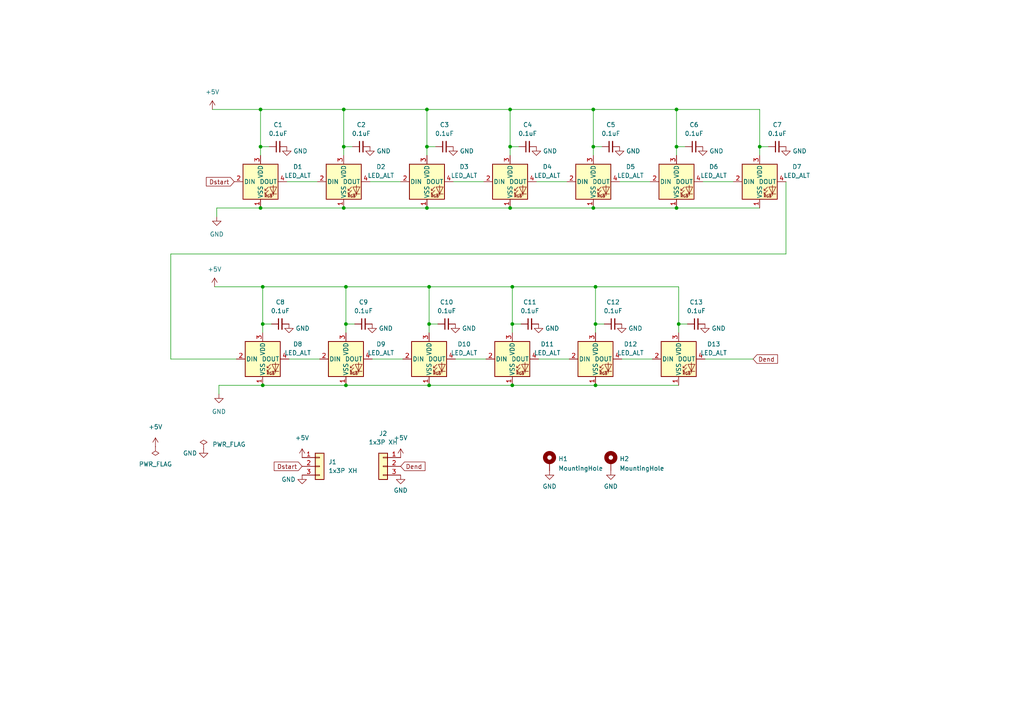
<source format=kicad_sch>
(kicad_sch (version 20211123) (generator eeschema)
  (paper "A4")
  (lib_symbols
    (symbol "Connector_Generic:Conn_01x03" (pin_names (offset 1.016) hide)
      (property "Reference" "J" (at 0 5.08 0))
      (property "Value" "Conn_01x03" (at 0 -5.08 0))
      (symbol "Conn_01x03_1_1"
        (rectangle (start -1.27 -2.413) (end 0 -2.667) (stroke (width 0.1524)))
        (rectangle (start -1.27 0.127) (end 0 -0.127) (stroke (width 0.1524)))
        (rectangle (start -1.27 2.667) (end 0 2.413) (stroke (width 0.1524)))
        (rectangle (start -1.27 3.81) (end 1.27 -3.81) (stroke (width 0.254)) (fill (type background)))
        (pin passive line (at -5.08 2.54 0) (length 3.81) (name "Pin_1") (number "1"))
        (pin passive line (at -5.08 0 0) (length 3.81) (name "Pin_2") (number "2"))
        (pin passive line (at -5.08 -2.54 0) (length 3.81) (name "Pin_3") (number "3"))
      )
    )
    (symbol "Device:C_Small" (pin_numbers hide) (pin_names (offset 0.254) hide)
      (property "Reference" "C" (at 0.254 1.778 0))
      (property "Value" "C_Small" (at 0.254 -2.032 0))
      (symbol "C_Small_0_1"
        (polyline (pts (xy -1.524 -0.508) (xy 1.524 -0.508)) (stroke (width 0.3302)))
        (polyline (pts (xy -1.524 0.508) (xy 1.524 0.508)) (stroke (width 0.3048)))
      )
      (symbol "C_Small_1_1"
        (pin passive line (at 0 2.54 270) (length 2.032) (name "~") (number "1"))
        (pin passive line (at 0 -2.54 90) (length 2.032) (name "~") (number "2"))
      )
    )
    (symbol "LED:SK6812" (pin_names (offset 0.254))
      (property "Reference" "D" (at 5.08 5.715 0))
      (property "Value" "SK6812" (at 1.27 -5.715 0))
      (symbol "SK6812_0_0"
        (text "RGB" (at 2.286 -4.191 0) (effects (font (size 0.762 0.762))))
      )
      (symbol "SK6812_0_1"
        (polyline (pts (xy 1.27 -3.556) (xy 1.778 -3.556)))
        (polyline (pts (xy 1.27 -2.54) (xy 1.778 -2.54)))
        (polyline (pts (xy 4.699 -3.556) (xy 2.667 -3.556)))
        (polyline (pts (xy 2.286 -2.54) (xy 1.27 -3.556) (xy 1.27 -3.048)))
        (polyline (pts (xy 2.286 -1.524) (xy 1.27 -2.54) (xy 1.27 -2.032)))
        (polyline (pts (xy 3.683 -1.016) (xy 3.683 -3.556) (xy 3.683 -4.064)))
        (polyline (pts (xy 4.699 -1.524) (xy 2.667 -1.524) (xy 3.683 -3.556) (xy 4.699 -1.524)))
        (rectangle (start 5.08 5.08) (end -5.08 -5.08) (stroke (width 0.254)) (fill (type background)))
      )
      (symbol "SK6812_1_1"
        (pin power_in line (at 0 -7.62 90) (length 2.54) (name "VSS") (number "1"))
        (pin input line (at -7.62 0 0) (length 2.54) (name "DIN") (number "2"))
        (pin power_in line (at 0 7.62 270) (length 2.54) (name "VDD") (number "3"))
        (pin output line (at 7.62 0 180) (length 2.54) (name "DOUT") (number "4"))
      )
    )
    (symbol "Mechanical:MountingHole_Pad" (pin_numbers hide) (pin_names (offset 1.016) hide)
      (property "Reference" "H" (at 0 6.35 0))
      (property "Value" "MountingHole_Pad" (at 0 4.445 0))
      (symbol "MountingHole_Pad_0_1"
        (circle (center 0 1.27) (radius 1.27) (stroke (width 1.27)))
      )
      (symbol "MountingHole_Pad_1_1"
        (pin input line (at 0 -2.54 90) (length 2.54) (name "1") (number "1"))
      )
    )
    (symbol "power:+5V" (power) (pin_names (offset 0))
      (property "Value" "+5V" (at 0 3.556 0))
      (symbol "+5V_0_1"
        (polyline (pts (xy -0.762 1.27) (xy 0 2.54)))
        (polyline (pts (xy 0 0) (xy 0 2.54)))
        (polyline (pts (xy 0 2.54) (xy 0.762 1.27)))
      )
      (symbol "+5V_1_1"
        (pin power_in line (at 0 0 90) (length 0) hide (name "+5V") (number "1"))
      )
    )
    (symbol "power:GND" (power) (pin_names (offset 0))
      (property "Value" "GND" (at 0 -3.81 0))
      (symbol "GND_0_1"
        (polyline (pts (xy 0 0) (xy 0 -1.27) (xy 1.27 -1.27) (xy 0 -2.54) (xy -1.27 -1.27) (xy 0 -1.27)))
      )
      (symbol "GND_1_1"
        (pin power_in line (at 0 0 270) (length 0) hide (name "GND") (number "1"))
      )
    )
    (symbol "power:PWR_FLAG" (power) (pin_numbers hide) (pin_names (offset 0) hide)
      (property "Value" "PWR_FLAG" (at 0 3.81 0))
      (symbol "PWR_FLAG_0_0"
        (pin power_out line (at 0 0 90) (length 0) (name "pwr") (number "1"))
      )
      (symbol "PWR_FLAG_0_1"
        (polyline (pts (xy 0 0) (xy 0 1.27) (xy -1.016 1.905) (xy 0 2.54) (xy 1.016 1.905) (xy 0 1.27)))
      )
    )
  )
  (junction (at 76.2 111.76))
  (junction (at 147.955 60.325))
  (junction (at 220.345 42.545))
  (junction (at 99.695 31.75))
  (junction (at 172.085 42.545))
  (junction (at 196.215 42.545))
  (junction (at 148.59 111.76))
  (junction (at 76.2 93.98))
  (junction (at 172.72 83.185))
  (junction (at 148.59 83.185))
  (junction (at 196.215 31.75))
  (junction (at 100.33 111.76))
  (junction (at 172.085 31.75))
  (junction (at 148.59 93.98))
  (junction (at 100.33 93.98))
  (junction (at 100.33 83.185))
  (junction (at 124.46 93.98))
  (junction (at 99.695 60.325))
  (junction (at 123.825 42.545))
  (junction (at 99.695 42.545))
  (junction (at 75.565 42.545))
  (junction (at 123.825 60.325))
  (junction (at 147.955 31.75))
  (junction (at 172.72 93.98))
  (junction (at 124.46 83.185))
  (junction (at 76.2 83.185))
  (junction (at 124.46 111.76))
  (junction (at 123.825 31.75))
  (junction (at 172.085 60.325))
  (junction (at 196.215 60.325))
  (junction (at 75.565 60.325))
  (junction (at 172.72 111.76))
  (junction (at 147.955 42.545))
  (junction (at 75.565 31.75))
  (junction (at 196.85 93.98))
  (wire (pts (xy 148.59 83.185) (xy 172.72 83.185)))
  (wire (pts (xy 100.33 83.185) (xy 124.46 83.185)))
  (wire (pts (xy 123.825 42.545) (xy 123.825 45.085)))
  (wire (pts (xy 196.215 60.325) (xy 220.345 60.325)))
  (wire (pts (xy 156.21 104.14) (xy 165.1 104.14)))
  (wire (pts (xy 132.08 104.14) (xy 140.97 104.14)))
  (wire (pts (xy 99.695 31.75) (xy 99.695 42.545)))
  (wire (pts (xy 75.565 31.75) (xy 99.695 31.75)))
  (wire (pts (xy 124.46 93.98) (xy 124.46 96.52)))
  (wire (pts (xy 148.59 83.185) (xy 148.59 93.98)))
  (wire (pts (xy 155.575 52.705) (xy 164.465 52.705)))
  (wire (pts (xy 75.565 31.75) (xy 75.565 42.545)))
  (wire (pts (xy 220.345 31.75) (xy 220.345 42.545)))
  (wire (pts (xy 196.215 31.75) (xy 196.215 42.545)))
  (wire (pts (xy 172.72 83.185) (xy 172.72 93.98)))
  (wire (pts (xy 196.85 83.185) (xy 196.85 93.98)))
  (wire (pts (xy 62.865 60.325) (xy 75.565 60.325)))
  (wire (pts (xy 172.085 42.545) (xy 172.085 45.085)))
  (wire (pts (xy 203.835 52.705) (xy 212.725 52.705)))
  (wire (pts (xy 75.565 42.545) (xy 75.565 45.085)))
  (wire (pts (xy 227.965 73.66) (xy 49.53 73.66)))
  (wire (pts (xy 172.085 42.545) (xy 174.625 42.545)))
  (wire (pts (xy 99.695 42.545) (xy 102.235 42.545)))
  (wire (pts (xy 99.695 31.75) (xy 123.825 31.75)))
  (wire (pts (xy 123.825 42.545) (xy 126.365 42.545)))
  (wire (pts (xy 76.2 83.185) (xy 76.2 93.98)))
  (wire (pts (xy 148.59 93.98) (xy 151.13 93.98)))
  (wire (pts (xy 227.965 52.705) (xy 227.965 73.66)))
  (wire (pts (xy 100.33 93.98) (xy 100.33 96.52)))
  (wire (pts (xy 172.085 31.75) (xy 172.085 42.545)))
  (wire (pts (xy 62.865 62.865) (xy 62.865 60.325)))
  (wire (pts (xy 99.695 60.325) (xy 123.825 60.325)))
  (wire (pts (xy 148.59 93.98) (xy 148.59 96.52)))
  (wire (pts (xy 147.955 42.545) (xy 147.955 45.085)))
  (wire (pts (xy 76.2 111.76) (xy 100.33 111.76)))
  (wire (pts (xy 124.46 83.185) (xy 124.46 93.98)))
  (wire (pts (xy 63.5 111.76) (xy 76.2 111.76)))
  (wire (pts (xy 147.955 42.545) (xy 150.495 42.545)))
  (wire (pts (xy 76.2 93.98) (xy 76.2 96.52)))
  (wire (pts (xy 147.955 31.75) (xy 147.955 42.545)))
  (wire (pts (xy 220.345 42.545) (xy 220.345 45.085)))
  (wire (pts (xy 123.825 60.325) (xy 147.955 60.325)))
  (wire (pts (xy 196.215 31.75) (xy 220.345 31.75)))
  (wire (pts (xy 49.53 73.66) (xy 49.53 104.14)))
  (wire (pts (xy 49.53 104.14) (xy 68.58 104.14)))
  (wire (pts (xy 172.72 93.98) (xy 175.26 93.98)))
  (wire (pts (xy 179.705 52.705) (xy 188.595 52.705)))
  (wire (pts (xy 147.955 31.75) (xy 172.085 31.75)))
  (wire (pts (xy 172.085 31.75) (xy 196.215 31.75)))
  (wire (pts (xy 99.695 42.545) (xy 99.695 45.085)))
  (wire (pts (xy 196.85 93.98) (xy 199.39 93.98)))
  (wire (pts (xy 100.33 83.185) (xy 100.33 93.98)))
  (wire (pts (xy 63.5 114.3) (xy 63.5 111.76)))
  (wire (pts (xy 100.33 111.76) (xy 124.46 111.76)))
  (wire (pts (xy 75.565 42.545) (xy 78.105 42.545)))
  (wire (pts (xy 196.215 42.545) (xy 198.755 42.545)))
  (wire (pts (xy 62.23 83.185) (xy 76.2 83.185)))
  (wire (pts (xy 123.825 31.75) (xy 123.825 42.545)))
  (wire (pts (xy 180.34 104.14) (xy 189.23 104.14)))
  (wire (pts (xy 75.565 60.325) (xy 99.695 60.325)))
  (wire (pts (xy 147.955 60.325) (xy 172.085 60.325)))
  (wire (pts (xy 172.72 111.76) (xy 196.85 111.76)))
  (wire (pts (xy 76.2 93.98) (xy 78.74 93.98)))
  (wire (pts (xy 220.345 42.545) (xy 222.885 42.545)))
  (wire (pts (xy 124.46 83.185) (xy 148.59 83.185)))
  (wire (pts (xy 196.85 93.98) (xy 196.85 96.52)))
  (wire (pts (xy 61.595 31.75) (xy 75.565 31.75)))
  (wire (pts (xy 172.085 60.325) (xy 196.215 60.325)))
  (wire (pts (xy 172.72 83.185) (xy 196.85 83.185)))
  (wire (pts (xy 107.95 104.14) (xy 116.84 104.14)))
  (wire (pts (xy 124.46 93.98) (xy 127 93.98)))
  (wire (pts (xy 196.215 42.545) (xy 196.215 45.085)))
  (wire (pts (xy 83.185 52.705) (xy 92.075 52.705)))
  (wire (pts (xy 83.82 104.14) (xy 92.71 104.14)))
  (wire (pts (xy 172.72 93.98) (xy 172.72 96.52)))
  (wire (pts (xy 124.46 111.76) (xy 148.59 111.76)))
  (wire (pts (xy 131.445 52.705) (xy 140.335 52.705)))
  (wire (pts (xy 100.33 93.98) (xy 102.87 93.98)))
  (wire (pts (xy 148.59 111.76) (xy 172.72 111.76)))
  (wire (pts (xy 204.47 104.14) (xy 218.44 104.14)))
  (wire (pts (xy 76.2 83.185) (xy 100.33 83.185)))
  (wire (pts (xy 123.825 31.75) (xy 147.955 31.75)))
  (wire (pts (xy 107.315 52.705) (xy 116.205 52.705)))
  (global_label "Dstart" (shape input) (at 67.945 52.705 180) (property "Intersheet References" "${INTERSHEET_REFS}" (effects hide)))
  (global_label "Dend" (shape input) (at 218.44 104.14 0) (property "Intersheet References" "${INTERSHEET_REFS}" (effects hide)))
  (global_label "Dend" (shape input) (at 116.205 135.255 0) (property "Intersheet References" "${INTERSHEET_REFS}" (effects hide)))
  (global_label "Dstart" (shape input) (at 87.63 135.255 180) (property "Intersheet References" "${INTERSHEET_REFS}" (effects hide)))
  (symbol (lib_id "LED:SK6812") (at 148.59 104.14 0) (unit 1)
    (property "Reference" "D11" (at 158.75 99.8093 0))
    (property "Value" "LED_ALT" (at 158.75 102.3493 0))
    (property "Footprint" "Daylight:XL-3528RGBW-WS2812B" (effects hide))
    (property "Datasheet" "https://cdn-shop.adafruit.com/product-files/1138/SK6812+LED+datasheet+.pdf" (effects hide))
    (property "LCSC" "C2890364" (effects hide))
  )
  (symbol (lib_id "Connector_Generic:Conn_01x03") (at 111.125 135.255 0) (mirror y) (unit 1)
    (property "Reference" "J2" (at 111.125 125.73 0))
    (property "Value" "1x3P XH" (at 111.125 128.27 0))
    (property "Footprint" "Connector_JST:JST_XH_S3B-XH-A_1x03_P2.50mm_Horizontal" (effects hide))
    (property "LCSC" "C2908612" (effects hide))
  )
  (symbol (lib_id "power:+5V") (at 87.63 132.715 0) (unit 1)
    (property "Reference" "#PWR020" (effects hide))
    (property "Value" "+5V" (at 87.63 127 0))
  )
  (symbol (lib_id "Device:C_Small") (at 153.035 42.545 90) (unit 1)
    (property "Reference" "C4" (at 153.0413 36.195 90))
    (property "Value" "0.1uF" (at 153.0413 38.735 90))
    (property "Footprint" "Daylight:C_0805_2012Metric_Pad1.18x1.45mm_HandSolder_V3Dspec" (effects hide))
    (property "LCSC" "C28233" (effects hide))
  )
  (symbol (lib_id "power:GND") (at 62.865 62.865 0) (unit 1)
    (property "Reference" "#PWR09" (effects hide))
    (property "Value" "GND" (at 62.865 67.945 0))
  )
  (symbol (lib_id "power:GND") (at 204.47 93.98 0) (unit 1)
    (property "Reference" "#PWR016" (effects hide))
    (property "Value" "GND" (at 206.375 95.2499 0) (effects (justify left)))
  )
  (symbol (lib_id "power:GND") (at 116.205 137.795 0) (unit 1)
    (property "Reference" "#PWR025" (effects hide))
    (property "Value" "GND" (at 116.205 142.24 0))
  )
  (symbol (lib_id "power:GND") (at 107.315 42.545 0) (unit 1)
    (property "Reference" "#PWR03" (effects hide))
    (property "Value" "GND" (at 109.22 43.8149 0) (effects (justify left)))
  )
  (symbol (lib_id "power:GND") (at 155.575 42.545 0) (unit 1)
    (property "Reference" "#PWR05" (effects hide))
    (property "Value" "GND" (at 157.48 43.8149 0) (effects (justify left)))
  )
  (symbol (lib_id "power:GND") (at 83.185 42.545 0) (unit 1)
    (property "Reference" "#PWR02" (effects hide))
    (property "Value" "GND" (at 85.09 43.8149 0) (effects (justify left)))
  )
  (symbol (lib_id "power:+5V") (at 62.23 83.185 0) (unit 1)
    (property "Reference" "#PWR010" (effects hide))
    (property "Value" "+5V" (at 62.23 78.105 0))
  )
  (symbol (lib_id "LED:SK6812") (at 123.825 52.705 0) (unit 1)
    (property "Reference" "D3" (at 134.62 48.3743 0))
    (property "Value" "LED_ALT" (at 134.62 50.9143 0))
    (property "Footprint" "Daylight:XL-3528RGBW-WS2812B" (effects hide))
    (property "Datasheet" "https://cdn-shop.adafruit.com/product-files/1138/SK6812+LED+datasheet+.pdf" (effects hide))
    (property "LCSC" "C2890364" (effects hide))
  )
  (symbol (lib_id "Device:C_Small") (at 153.67 93.98 90) (unit 1)
    (property "Reference" "C11" (at 153.6763 87.63 90))
    (property "Value" "0.1uF" (at 153.6763 90.17 90))
    (property "Footprint" "Daylight:C_0805_2012Metric_Pad1.18x1.45mm_HandSolder_V3Dspec" (effects hide))
    (property "LCSC" "C28233" (effects hide))
  )
  (symbol (lib_id "power:GND") (at 159.385 136.525 0) (unit 1)
    (property "Reference" "#PWR022" (effects hide))
    (property "Value" "GND" (at 159.385 141.0874 0))
  )
  (symbol (lib_id "Device:C_Small") (at 128.905 42.545 90) (unit 1)
    (property "Reference" "C3" (at 128.9113 36.195 90))
    (property "Value" "0.1uF" (at 128.9113 38.735 90))
    (property "Footprint" "Daylight:C_0805_2012Metric_Pad1.18x1.45mm_HandSolder_V3Dspec" (effects hide))
    (property "LCSC" "C28233" (effects hide))
  )
  (symbol (lib_id "LED:SK6812") (at 99.695 52.705 0) (unit 1)
    (property "Reference" "D2" (at 110.49 48.3743 0))
    (property "Value" "LED_ALT" (at 110.49 50.9143 0))
    (property "Footprint" "Daylight:XL-3528RGBW-WS2812B" (effects hide))
    (property "Datasheet" "https://cdn-shop.adafruit.com/product-files/1138/SK6812+LED+datasheet+.pdf" (effects hide))
    (property "LCSC" "C2890364" (effects hide))
  )
  (symbol (lib_id "power:+5V") (at 45.085 129.54 0) (unit 1)
    (property "Reference" "#PWR018" (effects hide))
    (property "Value" "+5V" (at 45.085 123.825 0))
  )
  (symbol (lib_id "power:GND") (at 87.63 137.795 0) (unit 1)
    (property "Reference" "#PWR024" (effects hide))
    (property "Value" "GND" (at 85.725 139.0649 0) (effects (justify right)))
  )
  (symbol (lib_id "Mechanical:MountingHole_Pad") (at 177.165 133.985 0) (unit 1) (in_bom no)
    (property "Reference" "H2" (at 179.705 133.0765 0) (effects (justify left)))
    (property "Value" "MountingHole" (at 179.705 135.8516 0) (effects (justify left)))
    (property "Footprint" "MountingHole:MountingHole_3.2mm_M3_Pad_Via" (effects hide))
  )
  (symbol (lib_id "power:+5V") (at 116.205 132.715 0) (unit 1)
    (property "Reference" "#PWR021" (effects hide))
    (property "Value" "+5V" (at 116.205 127 0))
  )
  (symbol (lib_id "Device:C_Small") (at 177.165 42.545 90) (unit 1)
    (property "Reference" "C5" (at 177.1713 36.195 90))
    (property "Value" "0.1uF" (at 177.1713 38.735 90))
    (property "Footprint" "Daylight:C_0805_2012Metric_Pad1.18x1.45mm_HandSolder_V3Dspec" (effects hide))
    (property "LCSC" "C28233" (effects hide))
  )
  (symbol (lib_id "power:GND") (at 177.165 136.525 0) (unit 1)
    (property "Reference" "#PWR023" (effects hide))
    (property "Value" "GND" (at 177.165 141.0874 0))
  )
  (symbol (lib_id "LED:SK6812") (at 75.565 52.705 0) (unit 1)
    (property "Reference" "D1" (at 86.36 48.3743 0))
    (property "Value" "LED_ALT" (at 86.36 50.9143 0))
    (property "Footprint" "Daylight:XL-3528RGBW-WS2812B" (effects hide))
    (property "Datasheet" "https://cdn-shop.adafruit.com/product-files/1138/SK6812+LED+datasheet+.pdf" (effects hide))
    (property "LCSC" "C2890364" (effects hide))
  )
  (symbol (lib_id "LED:SK6812") (at 147.955 52.705 0) (unit 1)
    (property "Reference" "D4" (at 158.75 48.3743 0))
    (property "Value" "LED_ALT" (at 158.75 50.9143 0))
    (property "Footprint" "Daylight:XL-3528RGBW-WS2812B" (effects hide))
    (property "Datasheet" "https://cdn-shop.adafruit.com/product-files/1138/SK6812+LED+datasheet+.pdf" (effects hide))
    (property "LCSC" "C2890364" (effects hide))
  )
  (symbol (lib_id "power:GND") (at 180.34 93.98 0) (unit 1)
    (property "Reference" "#PWR015" (effects hide))
    (property "Value" "GND" (at 182.245 95.2499 0) (effects (justify left)))
  )
  (symbol (lib_id "LED:SK6812") (at 172.72 104.14 0) (unit 1)
    (property "Reference" "D12" (at 182.88 99.8093 0))
    (property "Value" "LED_ALT" (at 182.88 102.3493 0))
    (property "Footprint" "Daylight:XL-3528RGBW-WS2812B" (effects hide))
    (property "Datasheet" "https://cdn-shop.adafruit.com/product-files/1138/SK6812+LED+datasheet+.pdf" (effects hide))
    (property "LCSC" "C2890364" (effects hide))
  )
  (symbol (lib_id "power:PWR_FLAG") (at 45.085 129.54 180) (unit 1)
    (property "Reference" "#FLG01" (effects hide))
    (property "Value" "PWR_FLAG" (at 45.085 134.62 0))
  )
  (symbol (lib_id "Device:C_Small") (at 80.645 42.545 90) (unit 1)
    (property "Reference" "C1" (at 80.6513 36.195 90))
    (property "Value" "0.1uF" (at 80.6513 38.735 90))
    (property "Footprint" "Daylight:C_0805_2012Metric_Pad1.18x1.45mm_HandSolder_V3Dspec" (effects hide))
    (property "LCSC" "C28233" (effects hide))
  )
  (symbol (lib_id "power:GND") (at 63.5 114.3 0) (unit 1)
    (property "Reference" "#PWR017" (effects hide))
    (property "Value" "GND" (at 63.5 119.38 0))
  )
  (symbol (lib_id "Device:C_Small") (at 201.295 42.545 90) (unit 1)
    (property "Reference" "C6" (at 201.3013 36.195 90))
    (property "Value" "0.1uF" (at 201.3013 38.735 90))
    (property "Footprint" "Daylight:C_0805_2012Metric_Pad1.18x1.45mm_HandSolder_V3Dspec" (effects hide))
    (property "LCSC" "C28233" (effects hide))
  )
  (symbol (lib_id "Device:C_Small") (at 105.41 93.98 90) (unit 1)
    (property "Reference" "C9" (at 105.4163 87.63 90))
    (property "Value" "0.1uF" (at 105.4163 90.17 90))
    (property "Footprint" "Daylight:C_0805_2012Metric_Pad1.18x1.45mm_HandSolder_V3Dspec" (effects hide))
    (property "LCSC" "C28233" (effects hide))
  )
  (symbol (lib_id "power:GND") (at 132.08 93.98 0) (unit 1)
    (property "Reference" "#PWR013" (effects hide))
    (property "Value" "GND" (at 133.985 95.2499 0) (effects (justify left)))
  )
  (symbol (lib_id "LED:SK6812") (at 196.215 52.705 0) (unit 1)
    (property "Reference" "D6" (at 207.01 48.3743 0))
    (property "Value" "LED_ALT" (at 207.01 50.9143 0))
    (property "Footprint" "Daylight:XL-3528RGBW-WS2812B" (effects hide))
    (property "Datasheet" "https://cdn-shop.adafruit.com/product-files/1138/SK6812+LED+datasheet+.pdf" (effects hide))
    (property "LCSC" "C2890364" (effects hide))
  )
  (symbol (lib_id "power:GND") (at 107.95 93.98 0) (unit 1)
    (property "Reference" "#PWR012" (effects hide))
    (property "Value" "GND" (at 109.855 95.2499 0) (effects (justify left)))
  )
  (symbol (lib_id "LED:SK6812") (at 172.085 52.705 0) (unit 1)
    (property "Reference" "D5" (at 182.88 48.3743 0))
    (property "Value" "LED_ALT" (at 182.88 50.9143 0))
    (property "Footprint" "Daylight:XL-3528RGBW-WS2812B" (effects hide))
    (property "Datasheet" "https://cdn-shop.adafruit.com/product-files/1138/SK6812+LED+datasheet+.pdf" (effects hide))
    (property "LCSC" "C2890364" (effects hide))
  )
  (symbol (lib_id "LED:SK6812") (at 124.46 104.14 0) (unit 1)
    (property "Reference" "D10" (at 134.62 99.8093 0))
    (property "Value" "LED_ALT" (at 134.62 102.3493 0))
    (property "Footprint" "Daylight:XL-3528RGBW-WS2812B" (effects hide))
    (property "Datasheet" "https://cdn-shop.adafruit.com/product-files/1138/SK6812+LED+datasheet+.pdf" (effects hide))
    (property "LCSC" "C2890364" (effects hide))
  )
  (symbol (lib_id "Device:C_Small") (at 177.8 93.98 90) (unit 1)
    (property "Reference" "C12" (at 177.8063 87.63 90))
    (property "Value" "0.1uF" (at 177.8063 90.17 90))
    (property "Footprint" "Daylight:C_0805_2012Metric_Pad1.18x1.45mm_HandSolder_V3Dspec" (effects hide))
    (property "LCSC" "C28233" (effects hide))
  )
  (symbol (lib_id "LED:SK6812") (at 76.2 104.14 0) (unit 1)
    (property "Reference" "D8" (at 86.36 99.8093 0))
    (property "Value" "LED_ALT" (at 86.36 102.3493 0))
    (property "Footprint" "Daylight:XL-3528RGBW-WS2812B" (effects hide))
    (property "Datasheet" "https://cdn-shop.adafruit.com/product-files/1138/SK6812+LED+datasheet+.pdf" (effects hide))
    (property "LCSC" "C2890364" (effects hide))
  )
  (symbol (lib_id "Device:C_Small") (at 201.93 93.98 90) (unit 1)
    (property "Reference" "C13" (at 201.9363 87.63 90))
    (property "Value" "0.1uF" (at 201.9363 90.17 90))
    (property "Footprint" "Daylight:C_0805_2012Metric_Pad1.18x1.45mm_HandSolder_V3Dspec" (effects hide))
    (property "LCSC" "C28233" (effects hide))
  )
  (symbol (lib_id "LED:SK6812") (at 196.85 104.14 0) (unit 1)
    (property "Reference" "D13" (at 207.01 99.8093 0))
    (property "Value" "LED_ALT" (at 207.01 102.3493 0))
    (property "Footprint" "Daylight:XL-3528RGBW-WS2812B" (effects hide))
    (property "Datasheet" "https://cdn-shop.adafruit.com/product-files/1138/SK6812+LED+datasheet+.pdf" (effects hide))
    (property "LCSC" "C2890364" (effects hide))
  )
  (symbol (lib_id "Device:C_Small") (at 104.775 42.545 90) (unit 1)
    (property "Reference" "C2" (at 104.7813 36.195 90))
    (property "Value" "0.1uF" (at 104.7813 38.735 90))
    (property "Footprint" "Daylight:C_0805_2012Metric_Pad1.18x1.45mm_HandSolder_V3Dspec" (effects hide))
    (property "LCSC" "C28233" (effects hide))
  )
  (symbol (lib_id "power:PWR_FLAG") (at 59.055 130.175 0) (unit 1)
    (property "Reference" "#FLG02" (effects hide))
    (property "Value" "PWR_FLAG" (at 61.595 128.9049 0) (effects (justify left)))
  )
  (symbol (lib_id "power:GND") (at 59.055 130.175 0) (unit 1)
    (property "Reference" "#PWR019" (effects hide))
    (property "Value" "GND" (at 57.15 131.4449 0) (effects (justify right)))
  )
  (symbol (lib_id "Connector_Generic:Conn_01x03") (at 92.71 135.255 0) (unit 1)
    (property "Reference" "J1" (at 95.25 133.9849 0) (effects (justify left)))
    (property "Value" "1x3P XH" (at 95.25 136.5249 0) (effects (justify left)))
    (property "Footprint" "Connector_JST:JST_XH_S3B-XH-A_1x03_P2.50mm_Horizontal" (effects hide))
    (property "LCSC" "C2908612" (effects hide))
  )
  (symbol (lib_id "power:GND") (at 179.705 42.545 0) (unit 1)
    (property "Reference" "#PWR06" (effects hide))
    (property "Value" "GND" (at 181.61 43.8149 0) (effects (justify left)))
  )
  (symbol (lib_id "Mechanical:MountingHole_Pad") (at 159.385 133.985 0) (unit 1) (in_bom no)
    (property "Reference" "H1" (at 161.925 133.0765 0) (effects (justify left)))
    (property "Value" "MountingHole" (at 161.925 135.8516 0) (effects (justify left)))
    (property "Footprint" "MountingHole:MountingHole_3.2mm_M3_Pad_Via" (effects hide))
  )
  (symbol (lib_id "Device:C_Small") (at 129.54 93.98 90) (unit 1)
    (property "Reference" "C10" (at 129.5463 87.63 90))
    (property "Value" "0.1uF" (at 129.5463 90.17 90))
    (property "Footprint" "Daylight:C_0805_2012Metric_Pad1.18x1.45mm_HandSolder_V3Dspec" (effects hide))
    (property "LCSC" "C28233" (effects hide))
  )
  (symbol (lib_id "power:GND") (at 203.835 42.545 0) (unit 1)
    (property "Reference" "#PWR07" (effects hide))
    (property "Value" "GND" (at 205.74 43.8149 0) (effects (justify left)))
  )
  (symbol (lib_id "power:GND") (at 131.445 42.545 0) (unit 1)
    (property "Reference" "#PWR04" (effects hide))
    (property "Value" "GND" (at 133.35 43.8149 0) (effects (justify left)))
  )
  (symbol (lib_id "power:GND") (at 227.965 42.545 0) (unit 1)
    (property "Reference" "#PWR08" (effects hide))
    (property "Value" "GND" (at 229.87 43.8149 0) (effects (justify left)))
  )
  (symbol (lib_id "LED:SK6812") (at 100.33 104.14 0) (unit 1)
    (property "Reference" "D9" (at 110.49 99.8093 0))
    (property "Value" "LED_ALT" (at 110.49 102.3493 0))
    (property "Footprint" "Daylight:XL-3528RGBW-WS2812B" (effects hide))
    (property "Datasheet" "https://cdn-shop.adafruit.com/product-files/1138/SK6812+LED+datasheet+.pdf" (effects hide))
    (property "LCSC" "C2890364" (effects hide))
  )
  (symbol (lib_id "Device:C_Small") (at 225.425 42.545 90) (unit 1)
    (property "Reference" "C7" (at 225.4313 36.195 90))
    (property "Value" "0.1uF" (at 225.4313 38.735 90))
    (property "Footprint" "Daylight:C_0805_2012Metric_Pad1.18x1.45mm_HandSolder_V3Dspec" (effects hide))
    (property "LCSC" "C28233" (effects hide))
  )
  (symbol (lib_id "LED:SK6812") (at 220.345 52.705 0) (unit 1)
    (property "Reference" "D7" (at 231.14 48.3743 0))
    (property "Value" "LED_ALT" (at 231.14 50.9143 0))
    (property "Footprint" "Daylight:XL-3528RGBW-WS2812B" (effects hide))
    (property "Datasheet" "https://cdn-shop.adafruit.com/product-files/1138/SK6812+LED+datasheet+.pdf" (effects hide))
    (property "LCSC" "C2890364" (effects hide))
  )
  (symbol (lib_id "power:+5V") (at 61.595 31.75 0) (unit 1)
    (property "Reference" "#PWR01" (effects hide))
    (property "Value" "+5V" (at 61.595 26.67 0))
  )
  (symbol (lib_id "power:GND") (at 83.82 93.98 0) (unit 1)
    (property "Reference" "#PWR011" (effects hide))
    (property "Value" "GND" (at 85.725 95.2499 0) (effects (justify left)))
  )
  (symbol (lib_id "power:GND") (at 156.21 93.98 0) (unit 1)
    (property "Reference" "#PWR014" (effects hide))
    (property "Value" "GND" (at 158.115 95.2499 0) (effects (justify left)))
  )
  (symbol (lib_id "Device:C_Small") (at 81.28 93.98 90) (unit 1)
    (property "Reference" "C8" (at 81.2863 87.63 90))
    (property "Value" "0.1uF" (at 81.2863 90.17 90))
    (property "Footprint" "Daylight:C_0805_2012Metric_Pad1.18x1.45mm_HandSolder_V3Dspec" (effects hide))
    (property "LCSC" "C28233" (effects hide))
  )
)
</source>
